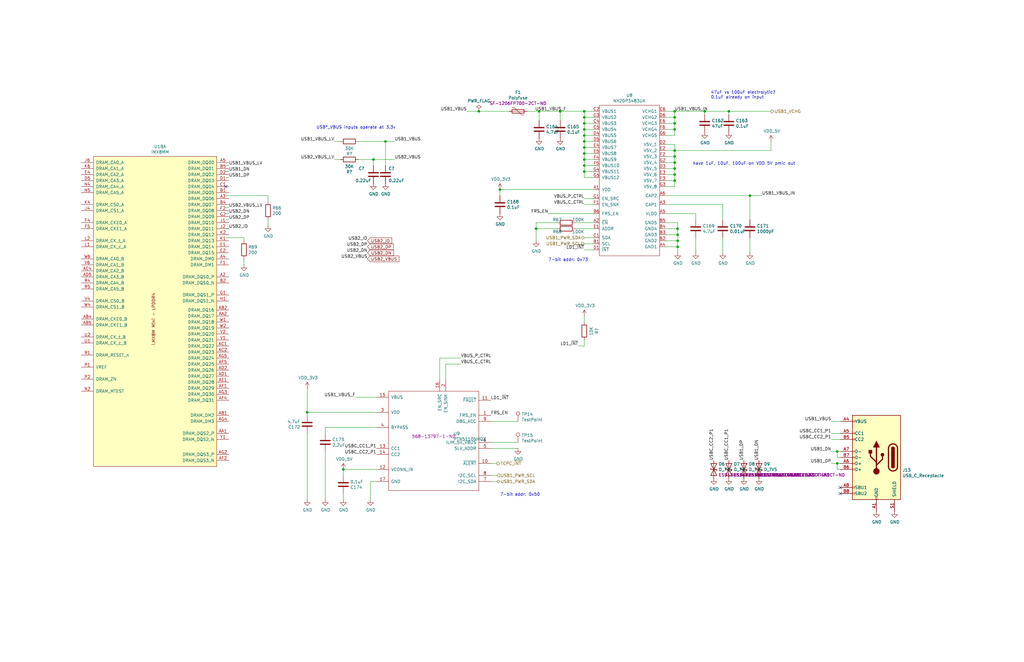
<source format=kicad_sch>
(kicad_sch (version 20231120) (generator "eeschema") (generator_version "8.0")
  (paper "USLedger")
  (title_block (title "kimχ micro") (date "2020-09-27") (rev "0.91") (company "GroupGets, LLC") (comment 2 "https://www.ohwr.org/project/cernohl/wikis/Documents/CERN-OHL-version-2") (comment 3 "Licensed CERN-OHL-S V.2") (comment 4 "Copyright © 2020 GroupGets, LLC"))
  (junction (at 162.56 59.69))
  (junction (at 129.54 173.99))
  (junction (at 144.78 198.12))
  (junction (at 246.38 62.23))
  (junction (at 284.48 49.53))
  (junction (at 284.48 46.99))
  (junction (at 246.38 59.69))
  (junction (at 285.75 104.14))
  (junction (at 246.38 57.15))
  (junction (at 236.22 46.99))
  (junction (at 285.75 99.06))
  (junction (at 316.23 82.55))
  (junction (at 353.06 195.58))
  (junction (at 226.06 96.52))
  (junction (at 201.93 46.99))
  (junction (at 353.06 190.5))
  (junction (at 285.75 101.6))
  (junction (at 284.48 63.5))
  (junction (at 284.48 73.66))
  (junction (at 157.48 67.31))
  (junction (at 284.48 71.12))
  (junction (at 307.34 46.99))
  (junction (at 284.48 54.61))
  (junction (at 246.38 54.61))
  (junction (at 246.38 46.99))
  (junction (at 227.33 46.99))
  (junction (at 284.48 66.04))
  (junction (at 246.38 52.07))
  (junction (at 246.38 49.53))
  (junction (at 285.75 96.52))
  (junction (at 284.48 52.07))
  (junction (at 246.38 64.77))
  (junction (at 297.18 46.99))
  (junction (at 246.38 69.85))
  (junction (at 246.38 72.39))
  (junction (at 284.48 76.2))
  (junction (at 284.48 68.58))
  (junction (at 246.38 67.31))
  (junction (at 210.82 80.01))
  (no_connect (at 95.25 78.74))
  (no_connect (at 354.33 208.28))
  (no_connect (at 354.33 205.74))
  (wire (pts (xy 162.56 59.69) (xy 166.37 59.69)))
  (wire (pts (xy 353.06 198.12) (xy 354.33 198.12)))
  (wire (pts (xy 285.75 106.68) (xy 285.75 104.14)))
  (wire (pts (xy 307.34 46.99) (xy 307.34 48.26)))
  (wire (pts (xy 227.33 46.99) (xy 236.22 46.99)))
  (wire (pts (xy 280.67 101.6) (xy 285.75 101.6)))
  (wire (pts (xy 246.38 74.93) (xy 250.19 74.93)))
  (wire (pts (xy 246.38 102.87) (xy 250.19 102.87)))
  (wire (pts (xy 209.55 195.58) (xy 207.01 195.58)))
  (wire (pts (xy 353.06 193.04) (xy 354.33 193.04)))
  (wire (pts (xy 284.48 76.2) (xy 284.48 78.74)))
  (wire (pts (xy 218.44 186.69) (xy 207.01 186.69)))
  (wire (pts (xy 158.75 198.12) (xy 144.78 198.12)))
  (wire (pts (xy 231.14 90.17) (xy 250.19 90.17)))
  (wire (pts (xy 297.18 46.99) (xy 284.48 46.99)))
  (wire (pts (xy 284.48 46.99) (xy 284.48 49.53)))
  (wire (pts (xy 246.38 105.41) (xy 250.19 105.41)))
  (wire (pts (xy 218.44 177.8) (xy 207.01 177.8)))
  (wire (pts (xy 246.38 52.07) (xy 246.38 54.61)))
  (wire (pts (xy 280.67 82.55) (xy 316.23 82.55)))
  (wire (pts (xy 149.86 167.64) (xy 158.75 167.64)))
  (wire (pts (xy 284.48 54.61) (xy 280.67 54.61)))
  (wire (pts (xy 284.48 68.58) (xy 284.48 71.12)))
  (wire (pts (xy 250.19 57.15) (xy 246.38 57.15)))
  (wire (pts (xy 250.19 62.23) (xy 246.38 62.23)))
  (wire (pts (xy 246.38 64.77) (xy 246.38 67.31)))
  (wire (pts (xy 350.52 177.8) (xy 354.33 177.8)))
  (wire (pts (xy 280.67 60.96) (xy 284.48 60.96)))
  (wire (pts (xy 246.38 54.61) (xy 246.38 57.15)))
  (wire (pts (xy 284.48 52.07) (xy 280.67 52.07)))
  (wire (pts (xy 246.38 69.85) (xy 250.19 69.85)))
  (wire (pts (xy 137.16 180.34) (xy 137.16 182.88)))
  (wire (pts (xy 297.18 46.99) (xy 307.34 46.99)))
  (wire (pts (xy 246.38 83.82) (xy 250.19 83.82)))
  (wire (pts (xy 129.54 173.99) (xy 129.54 175.26)))
  (wire (pts (xy 246.38 46.99) (xy 250.19 46.99)))
  (wire (pts (xy 95.25 100.33) (xy 102.87 100.33)))
  (wire (pts (xy 246.38 49.53) (xy 246.38 52.07)))
  (wire (pts (xy 325.12 59.69) (xy 325.12 63.5)))
  (wire (pts (xy 218.44 189.23) (xy 207.01 189.23)))
  (wire (pts (xy 144.78 208.28) (xy 144.78 210.82)))
  (wire (pts (xy 209.55 200.66) (xy 207.01 200.66)))
  (wire (pts (xy 226.06 96.52) (xy 226.06 93.98)))
  (wire (pts (xy 234.95 96.52) (xy 226.06 96.52)))
  (wire (pts (xy 285.75 93.98) (xy 280.67 93.98)))
  (wire (pts (xy 285.75 104.14) (xy 285.75 101.6)))
  (wire (pts (xy 137.16 180.34) (xy 158.75 180.34)))
  (wire (pts (xy 201.93 46.99) (xy 214.63 46.99)))
  (wire (pts (xy 350.52 195.58) (xy 353.06 195.58)))
  (wire (pts (xy 285.75 96.52) (xy 285.75 93.98)))
  (wire (pts (xy 353.06 195.58) (xy 353.06 198.12)))
  (wire (pts (xy 284.48 76.2) (xy 280.67 76.2)))
  (wire (pts (xy 304.8 86.36) (xy 280.67 86.36)))
  (wire (pts (xy 95.25 96.52) (xy 96.52 96.52)))
  (wire (pts (xy 250.19 67.31) (xy 246.38 67.31)))
  (wire (pts (xy 137.16 210.82) (xy 137.16 190.5)))
  (wire (pts (xy 129.54 210.82) (xy 129.54 182.88)))
  (wire (pts (xy 194.31 151.13) (xy 185.42 151.13)))
  (wire (pts (xy 353.06 190.5) (xy 353.06 193.04)))
  (wire (pts (xy 280.67 99.06) (xy 285.75 99.06)))
  (wire (pts (xy 284.48 63.5) (xy 284.48 66.04)))
  (wire (pts (xy 102.87 100.33) (xy 102.87 101.6)))
  (wire (pts (xy 156.21 203.2) (xy 156.21 210.82)))
  (wire (pts (xy 280.67 104.14) (xy 285.75 104.14)))
  (wire (pts (xy 209.55 203.2) (xy 207.01 203.2)))
  (wire (pts (xy 246.38 67.31) (xy 246.38 69.85)))
  (wire (pts (xy 236.22 50.8) (xy 236.22 46.99)))
  (wire (pts (xy 113.03 82.55) (xy 113.03 85.09)))
  (wire (pts (xy 140.97 59.69) (xy 143.51 59.69)))
  (wire (pts (xy 95.25 72.39) (xy 96.52 72.39)))
  (wire (pts (xy 129.54 163.83) (xy 129.54 173.99)))
  (wire (pts (xy 284.48 73.66) (xy 284.48 76.2)))
  (wire (pts (xy 246.38 62.23) (xy 246.38 64.77)))
  (wire (pts (xy 297.18 48.26) (xy 297.18 46.99)))
  (wire (pts (xy 284.48 57.15) (xy 280.67 57.15)))
  (wire (pts (xy 284.48 66.04) (xy 284.48 68.58)))
  (wire (pts (xy 210.82 80.01) (xy 250.19 80.01)))
  (wire (pts (xy 250.19 52.07) (xy 246.38 52.07)))
  (wire (pts (xy 96.52 87.63) (xy 95.25 87.63)))
  (wire (pts (xy 284.48 78.74) (xy 280.67 78.74)))
  (wire (pts (xy 95.25 90.17) (xy 96.52 90.17)))
  (wire (pts (xy 242.57 93.98) (xy 250.19 93.98)))
  (wire (pts (xy 144.78 198.12) (xy 144.78 200.66)))
  (wire (pts (xy 250.19 96.52) (xy 242.57 96.52)))
  (wire (pts (xy 246.38 86.36) (xy 250.19 86.36)))
  (wire (pts (xy 284.48 60.96) (xy 284.48 63.5)))
  (wire (pts (xy 284.48 46.99) (xy 280.67 46.99)))
  (wire (pts (xy 325.12 46.99) (xy 307.34 46.99)))
  (wire (pts (xy 280.67 68.58) (xy 284.48 68.58)))
  (wire (pts (xy 226.06 93.98) (xy 234.95 93.98)))
  (wire (pts (xy 246.38 100.33) (xy 250.19 100.33)))
  (wire (pts (xy 246.38 46.99) (xy 246.38 49.53)))
  (wire (pts (xy 350.52 185.42) (xy 354.33 185.42)))
  (wire (pts (xy 129.54 173.99) (xy 158.75 173.99)))
  (wire (pts (xy 284.48 71.12) (xy 280.67 71.12)))
  (wire (pts (xy 284.48 54.61) (xy 284.48 57.15)))
  (wire (pts (xy 350.52 190.5) (xy 353.06 190.5)))
  (wire (pts (xy 284.48 49.53) (xy 284.48 52.07)))
  (wire (pts (xy 246.38 146.05) (xy 246.38 143.51)))
  (wire (pts (xy 227.33 50.8) (xy 227.33 46.99)))
  (wire (pts (xy 194.31 153.67) (xy 187.96 153.67)))
  (wire (pts (xy 158.75 203.2) (xy 156.21 203.2)))
  (wire (pts (xy 350.52 182.88) (xy 354.33 182.88)))
  (wire (pts (xy 95.25 82.55) (xy 113.03 82.55)))
  (wire (pts (xy 187.96 153.67) (xy 187.96 160.02)))
  (wire (pts (xy 185.42 151.13) (xy 185.42 160.02)))
  (wire (pts (xy 321.31 82.55) (xy 316.23 82.55)))
  (wire (pts (xy 304.8 106.68) (xy 304.8 100.33)))
  (wire (pts (xy 246.38 135.89) (xy 246.38 133.35)))
  (wire (pts (xy 157.48 67.31) (xy 157.48 69.85)))
  (wire (pts (xy 250.19 54.61) (xy 246.38 54.61)))
  (wire (pts (xy 284.48 66.04) (xy 280.67 66.04)))
  (wire (pts (xy 304.8 92.71) (xy 304.8 86.36)))
  (wire (pts (xy 293.37 90.17) (xy 293.37 92.71)))
  (wire (pts (xy 151.13 59.69) (xy 162.56 59.69)))
  (wire (pts (xy 353.06 190.5) (xy 354.33 190.5)))
  (wire (pts (xy 140.97 67.31) (xy 143.51 67.31)))
  (wire (pts (xy 353.06 195.58) (xy 354.33 195.58)))
  (wire (pts (xy 280.67 96.52) (xy 285.75 96.52)))
  (wire (pts (xy 316.23 82.55) (xy 316.23 92.71)))
  (wire (pts (xy 236.22 46.99) (xy 246.38 46.99)))
  (wire (pts (xy 102.87 111.76) (xy 102.87 109.22)))
  (wire (pts (xy 284.48 52.07) (xy 284.48 54.61)))
  (wire (pts (xy 285.75 101.6) (xy 285.75 99.06)))
  (wire (pts (xy 285.75 99.06) (xy 285.75 96.52)))
  (wire (pts (xy 226.06 101.6) (xy 226.06 96.52)))
  (wire (pts (xy 162.56 59.69) (xy 162.56 69.85)))
  (wire (pts (xy 246.38 69.85) (xy 246.38 72.39)))
  (wire (pts (xy 250.19 49.53) (xy 246.38 49.53)))
  (wire (pts (xy 222.25 46.99) (xy 227.33 46.99)))
  (wire (pts (xy 210.82 82.55) (xy 210.82 80.01)))
  (wire (pts (xy 196.85 46.99) (xy 201.93 46.99)))
  (wire (pts (xy 246.38 57.15) (xy 246.38 59.69)))
  (wire (pts (xy 293.37 100.33) (xy 293.37 106.68)))
  (wire (pts (xy 284.48 49.53) (xy 280.67 49.53)))
  (wire (pts (xy 96.52 69.85) (xy 95.25 69.85)))
  (wire (pts (xy 113.03 95.25) (xy 113.03 92.71)))
  (wire (pts (xy 280.67 63.5) (xy 284.48 63.5)))
  (wire (pts (xy 250.19 72.39) (xy 246.38 72.39)))
  (wire (pts (xy 157.48 67.31) (xy 166.37 67.31)))
  (wire (pts (xy 243.84 146.05) (xy 246.38 146.05)))
  (wire (pts (xy 316.23 106.68) (xy 316.23 100.33)))
  (wire (pts (xy 246.38 72.39) (xy 246.38 74.93)))
  (wire (pts (xy 280.67 73.66) (xy 284.48 73.66)))
  (wire (pts (xy 284.48 71.12) (xy 284.48 73.66)))
  (wire (pts (xy 280.67 90.17) (xy 293.37 90.17)))
  (wire (pts (xy 250.19 59.69) (xy 246.38 59.69)))
  (wire (pts (xy 284.48 63.5) (xy 325.12 63.5)))
  (wire (pts (xy 151.13 67.31) (xy 157.48 67.31)))
  (wire (pts (xy 96.52 74.93) (xy 95.25 74.93)))
  (wire (pts (xy 250.19 64.77) (xy 246.38 64.77)))
  (wire (pts (xy 96.52 92.71) (xy 95.25 92.71)))
  (wire (pts (xy 246.38 59.69) (xy 246.38 62.23)))
  (text "have 1uF, 10uF, 100uF on VDD 5V pmic out" (at 292.1 69.85 0) (effects (font (size 1.27 1.27)) (justify left bottom)))
  (text "USB*_VBUS inputs operate at 3.3v" (at 133.35 54.61 0) (effects (font (size 1.27 1.27)) (justify left bottom)))
  (text "7-bit addr: 0x50" (at 210.82 209.55 0) (effects (font (size 1.27 1.27)) (justify left bottom)))
  (text "7-bit addr: 0x73" (at 231.14 110.49 0) (effects (font (size 1.27 1.27)) (justify left bottom)))
  (text "47uF vs 100uF electrolytic?\n0.1uF already on input" (at 299.72 41.91 0) (effects (font (size 1.27 1.27)) (justify left bottom)))
  (label "USB1_DN" (at 96.52 72.39 0))
  (label "VBUS_C_CTRL" (at 246.38 86.36 180))
  (label "USB2_ID" (at 96.52 96.52 0))
  (label "FRS_EN" (at 207.01 175.26 0))
  (label "USBC_CC2_P1" (at 300.99 194.31 90))
  (label "USBC_CC1_P1" (at 350.52 182.88 180))
  (label "USB1_VBUS_IN" (at 321.31 82.55 0))
  (label "VBUS_C_CTRL" (at 194.31 153.67 0))
  (label "LD1_~{INT}" (at 207.01 168.91 0))
  (label "USB2_VBUS_LV" (at 140.97 67.31 180))
  (label "USBC_CC1_P1" (at 158.75 189.23 180))
  (label "USB1_VBUS_F" (at 149.86 167.64 180))
  (label "USB1_VBUS" (at 196.85 46.99 180))
  (label "USB1_DN" (at 320.04 194.31 90))
  (label "LD1_~{INT}" (at 243.84 146.05 180))
  (label "VBUS_P_CTRL" (at 194.31 151.13 0))
  (label "USB1_DP" (at 313.69 194.31 90))
  (label "USB1_VBUS_IN" (at 284.48 46.99 0))
  (label "USB1_VBUS" (at 350.52 177.8 180))
  (label "USB1_VBUS" (at 166.37 59.69 0))
  (label "USBC_CC2_P1" (at 158.75 191.77 180))
  (label "USB2_DP" (at 154.94 104.14 180))
  (label "USBC_CC1_P1" (at 307.34 194.31 90))
  (label "USB2_ID" (at 154.94 101.6 180))
  (label "USB1_VBUS_LV" (at 96.52 69.85 0))
  (label "USB1_VBUS_F" (at 238.76 46.99 180))
  (label "USBC_CC2_P1" (at 350.52 185.42 180))
  (label "VBUS_P_CTRL" (at 246.38 83.82 180))
  (label "USB2_VBUS" (at 154.94 109.22 180))
  (label "USB1_DP" (at 350.52 195.58 180))
  (label "USB2_VBUS" (at 166.37 67.31 0))
  (label "USB1_DN" (at 350.52 190.5 180))
  (label "LD1_~{INT}" (at 246.38 105.41 180))
  (label "USB2_DN" (at 96.52 90.17 0))
  (label "USB1_DP" (at 96.52 74.93 0))
  (label "USB2_DN" (at 154.94 106.68 180))
  (label "FRS_EN" (at 231.14 90.17 180))
  (label "USB1_VBUS_LV" (at 140.97 59.69 180))
  (label "USB2_DP" (at 96.52 92.71 0))
  (label "USB2_VBUS_LV" (at 96.52 87.63 0))
  (global_label "USB2_ID" (shape input) (at 154.94 101.6 0) (property "Intersheetrefs" "${INTERSHEET_REFS}" (effects (hide yes))))
  (global_label "USB2_DN" (shape input) (at 154.94 106.68 0) (property "Intersheetrefs" "${INTERSHEET_REFS}" (effects (hide yes))))
  (global_label "USB2_VBUS" (shape input) (at 154.94 109.22 0) (property "Intersheetrefs" "${INTERSHEET_REFS}" (effects (hide yes))))
  (global_label "USB2_DP" (shape input) (at 154.94 104.14 0) (property "Intersheetrefs" "${INTERSHEET_REFS}" (effects (hide yes))))
  (hierarchical_label "USB1_VCHG" (shape output) (at 325.12 46.99 0))
  (hierarchical_label "USB1_PWR_SDA" (shape bidirectional) (at 246.38 100.33 180))
  (hierarchical_label "USB1_PWR_SCL" (shape input) (at 246.38 102.87 180))
  (hierarchical_label "USB1_PWR_SDA" (shape bidirectional) (at 209.55 203.2 0))
  (hierarchical_label "USB1_PWR_SCL" (shape input) (at 209.55 200.66 0))
  (hierarchical_label "TCPC_~{INT}" (shape output) (at 209.55 195.58 0))
  (symbol (lib_id "mxenc:USB_C_Receptacle_USB2.0") (at 369.57 193.04 0) (mirror y) (unit 1)
    (property "Reference" "J13" (at 380.492 198.3994 0) (effects (justify right)))
    (property "Value" "USB_C_Receptacle" (at 380.492 200.7108 0) (effects (justify right)))
    (property "Footprint" "mxenc:GCT_USB4110-GF-A" (effects (hide yes)))
    (property "Datasheet" "https://www.usb.org/sites/default/files/documents/usb_type-c.zip" (effects (hide yes)))
    (property "Mfgr" "GCT" (effects (hide yes)))
    (property "Vendorpart" "USB4110-GF-A" (effects (hide yes)))
    (property "Mfgrpart" "2073-USB4110-GF-A-1-ND" (effects (hide yes)))
  )
  (symbol (lib_id "mxenc:MIMX8MM6DVTLZAA") (at 66.04 134.62 0) (unit 1)
    (property "Reference" "U1B" (at 67.5132 61.849 0))
    (property "Value" "IMX8MM" (at 67.5132 64.1604 0))
    (property "Footprint" "mxenc:BGA-729_27x27_14.0x14.0mm" (effects (hide yes)))
    (property "Mfgr" "NXP" (effects (hide yes)))
    (property "Vendorpart" "568-15276-ND" (effects (hide yes)))
    (property "Mfgrpart" "MIMX8MM6CVTKZAA" (effects (hide yes)))
  )
  (symbol (lib_id "mxenc:VDD_5V") (at 325.12 59.69 0) (unit 1)
    (property "Reference" "#PWR0198" (effects (hide yes)))
    (property "Value" "VDD_5V" (at 325.501 55.2958 0))
  )
  (symbol (lib_id "power:GND") (at 369.57 215.9 0) (unit 1)
    (property "Reference" "#PWR0222" (effects (hide yes)))
    (property "Value" "GND" (at 369.697 220.2942 0))
  )
  (symbol (lib_id "power:GND") (at 377.19 215.9 0) (unit 1)
    (property "Reference" "#PWR0223" (effects (hide yes)))
    (property "Value" "GND" (at 377.317 220.2942 0))
  )
  (symbol (lib_id "Device:R") (at 102.87 105.41 0) (unit 1)
    (property "Reference" "R69" (at 104.648 104.2416 0) (effects (justify left)))
    (property "Value" "200" (at 104.648 106.553 0) (effects (justify left)))
    (property "Footprint" "Resistor_SMD:R_0201_0603Metric" (effects (hide yes)))
    (property "Mfgr" "Yageo" (effects (hide yes)))
    (property "Vendorpart" "YAG2495CT-ND" (effects (hide yes)))
    (property "Mfgrpart" "RC0201FR-07200RL" (effects (hide yes)))
  )
  (symbol (lib_id "power:GND") (at 102.87 111.76 0) (unit 1)
    (property "Reference" "#PWR0209" (effects (hide yes)))
    (property "Value" "GND" (at 102.997 116.1542 0))
  )
  (symbol (lib_id "Device:R") (at 113.03 88.9 0) (unit 1)
    (property "Reference" "R66" (at 114.808 87.7316 0) (effects (justify left)))
    (property "Value" "200" (at 114.808 90.043 0) (effects (justify left)))
    (property "Footprint" "Resistor_SMD:R_0201_0603Metric" (effects (hide yes)))
    (property "Mfgr" "Yageo" (effects (hide yes)))
    (property "Vendorpart" "YAG2495CT-ND" (effects (hide yes)))
    (property "Mfgrpart" "RC0201FR-07200RL" (effects (hide yes)))
  )
  (symbol (lib_id "power:GND") (at 113.03 95.25 0) (unit 1)
    (property "Reference" "#PWR0203" (effects (hide yes)))
    (property "Value" "GND" (at 113.157 99.6442 0))
  )
  (symbol (lib_id "Device:D_TVS") (at 313.69 198.12 270) (unit 1)
    (property "Reference" "D8" (at 315.6966 195.8086 90) (effects (justify left)))
    (property "Value" "D_TVS" (at 315.6966 198.12 90) (effects (justify left)))
    (property "Footprint" "mxenc:D_TVS_0201_0603Metric" (effects (hide yes)))
    (property "Vendorpart" "ESD130B1W0201E6327XTSA1CT-ND" (at 315.6966 200.4314 90) (effects (justify left)))
    (property "Mfgr" "Infineon" (effects (hide yes)))
    (property "Mfgrpart" "ESD130B1W0201E6327XTSA1" (effects (hide yes)))
  )
  (symbol (lib_id "power:GND") (at 320.04 201.93 0) (unit 1)
    (property "Reference" "#PWR0217" (effects (hide yes)))
    (property "Value" "GND" (at 320.167 206.3242 0))
  )
  (symbol (lib_id "power:GND") (at 313.69 201.93 0) (unit 1)
    (property "Reference" "#PWR0216" (effects (hide yes)))
    (property "Value" "GND" (at 313.817 206.3242 0))
  )
  (symbol (lib_id "Device:D_TVS") (at 320.04 198.12 270) (unit 1)
    (property "Reference" "D9" (at 322.0466 195.8086 90) (effects (justify left)))
    (property "Value" "D_TVS" (at 322.0466 198.12 90) (effects (justify left)))
    (property "Footprint" "mxenc:D_TVS_0201_0603Metric" (effects (hide yes)))
    (property "Vendorpart" "ESD130B1W0201E6327XTSA1CT-ND" (at 322.0466 200.4314 90) (effects (justify left)))
    (property "Mfgr" "Infineon" (effects (hide yes)))
    (property "Mfgrpart" "ESD130B1W0201E6327XTSA1" (effects (hide yes)))
  )
  (symbol (lib_id "mxenc:NX20P3483UK") (at 265.43 76.2 0) (unit 1)
    (property "Reference" "U8" (at 265.43 40.259 0))
    (property "Value" "NX20P3483UK" (at 265.43 42.5704 0))
    (property "Footprint" "mxenc:BGA-42_6x7_2.51x2.91mm" (effects (hide yes)))
    (property "Mfgr" "NXP" (effects (hide yes)))
    (property "Vendorpart" "568-15322-1-ND" (effects (hide yes)))
    (property "Mfgrpart" "NX20P3483UK" (effects (hide yes)))
  )
  (symbol (lib_id "Device:Polyfuse") (at 218.44 46.99 90) (mirror x) (unit 1)
    (property "Reference" "F1" (at 218.44 38.989 90))
    (property "Value" "Polyfuse" (at 218.44 41.3004 90))
    (property "Footprint" "Capacitor_SMD:C_1206_3216Metric" (effects (hide yes)))
    (property "Vendorpart" "SF-1206FP700-2CT-ND" (at 218.44 43.6118 90))
    (property "Mfgr" "Bourns" (effects (hide yes)))
    (property "Mfgrpart" "SF-1206FP700-2" (effects (hide yes)))
  )
  (symbol (lib_id "power:PWR_FLAG") (at 201.93 46.99 0) (unit 1)
    (property "Reference" "#FLG010" (effects (hide yes)))
    (property "Value" "PWR_FLAG" (at 201.93 42.5958 0))
  )
  (symbol (lib_id "Device:C") (at 236.22 54.61 0) (unit 1)
    (property "Reference" "C165" (at 239.141 53.4416 0) (effects (justify left)))
    (property "Value" "0.1uF" (at 239.141 55.753 0) (effects (justify left)))
    (property "Footprint" "Capacitor_SMD:C_0402_1005Metric" (effects (hide yes)))
    (property "Mfgr" "Murata" (effects (hide yes)))
    (property "Vendorpart" "490-14603-1-ND" (effects (hide yes)))
    (property "Mfgrpart" "GRM155R71E104KE14J" (effects (hide yes)))
  )
  (symbol (lib_id "power:GND") (at 227.33 58.42 0) (unit 1)
    (property "Reference" "#PWR0196" (effects (hide yes)))
    (property "Value" "GND" (at 227.457 62.8142 0))
  )
  (symbol (lib_id "power:GND") (at 236.22 58.42 0) (unit 1)
    (property "Reference" "#PWR0197" (effects (hide yes)))
    (property "Value" "GND" (at 236.347 62.8142 0))
  )
  (symbol (lib_id "mxenc:VDD_3V3") (at 210.82 80.01 0) (unit 1)
    (property "Reference" "#PWR0201" (effects (hide yes)))
    (property "Value" "VDD_3V3" (at 211.201 75.6158 0))
  )
  (symbol (lib_id "Device:C") (at 210.82 86.36 0) (unit 1)
    (property "Reference" "C168" (at 213.741 85.1916 0) (effects (justify left)))
    (property "Value" "0.1uF" (at 213.741 87.503 0) (effects (justify left)))
    (property "Footprint" "Capacitor_SMD:C_0402_1005Metric" (effects (hide yes)))
    (property "Mfgr" "Murata" (effects (hide yes)))
    (property "Vendorpart" "490-14603-1-ND" (effects (hide yes)))
    (property "Mfgrpart" "GRM155R71E104KE14J" (effects (hide yes)))
  )
  (symbol (lib_id "power:GND") (at 210.82 90.17 0) (unit 1)
    (property "Reference" "#PWR0202" (effects (hide yes)))
    (property "Value" "GND" (at 210.947 94.5642 0))
  )
  (symbol (lib_id "Device:R") (at 238.76 93.98 270) (unit 1)
    (property "Reference" "R67" (at 234.95 92.71 90))
    (property "Value" "100K" (at 243.84 92.71 90))
    (property "Footprint" "Resistor_SMD:R_0201_0603Metric" (effects (hide yes)))
    (property "Mfgr" "Yageo" (effects (hide yes)))
    (property "Vendorpart" "311-100KNCT-ND" (effects (hide yes)))
    (property "Mfgrpart" "RC0201JR-07100KL" (effects (hide yes)))
  )
  (symbol (lib_id "Device:R") (at 238.76 96.52 270) (unit 1)
    (property "Reference" "R68" (at 234.95 97.79 90))
    (property "Value" "100K" (at 243.84 97.79 90))
    (property "Footprint" "Resistor_SMD:R_0201_0603Metric" (effects (hide yes)))
    (property "Mfgr" "Yageo" (effects (hide yes)))
    (property "Vendorpart" "311-100KNCT-ND" (effects (hide yes)))
    (property "Mfgrpart" "RC0201JR-07100KL" (effects (hide yes)))
  )
  (symbol (lib_id "power:GND") (at 226.06 101.6 0) (unit 1)
    (property "Reference" "#PWR0204" (effects (hide yes)))
    (property "Value" "GND" (at 226.187 105.9942 0))
  )
  (symbol (lib_id "power:GND") (at 285.75 106.68 0) (unit 1)
    (property "Reference" "#PWR0205" (effects (hide yes)))
    (property "Value" "GND" (at 285.877 111.0742 0))
  )
  (symbol (lib_id "Device:C") (at 293.37 96.52 0) (unit 1)
    (property "Reference" "C169" (at 296.291 95.3516 0) (effects (justify left)))
    (property "Value" "4.7uF" (at 296.291 97.663 0) (effects (justify left)))
    (property "Footprint" "Capacitor_SMD:C_0603_1608Metric" (effects (hide yes)))
    (property "Mfgr" "Taiyo Yuden" (effects (hide yes)))
    (property "Vendorpart" "587-4905-1-ND" (effects (hide yes)))
    (property "Mfgrpart" "JMK107C6475MA-T" (effects (hide yes)))
  )
  (symbol (lib_id "Device:C") (at 304.8 96.52 0) (unit 1)
    (property "Reference" "C170" (at 307.721 95.3516 0) (effects (justify left)))
    (property "Value" "0.01uF" (at 307.721 97.663 0) (effects (justify left)))
    (property "Footprint" "Capacitor_SMD:C_0201_0603Metric" (effects (hide yes)))
    (property "Mfgr" "Murata" (effects (hide yes)))
    (property "Vendorpart" "490-14453-1-ND" (effects (hide yes)))
    (property "Mfgrpart" "GRM033R71C103KE14D" (effects (hide yes)))
  )
  (symbol (lib_id "Device:C") (at 316.23 96.52 0) (unit 1)
    (property "Reference" "C171" (at 319.151 95.3516 0) (effects (justify left)))
    (property "Value" "1000pF" (at 319.151 97.663 0) (effects (justify left)))
    (property "Footprint" "Capacitor_SMD:C_0201_0603Metric" (effects (hide yes)))
    (property "Mfgr" "Murata" (effects (hide yes)))
    (property "Vendorpart" "490-14573-1-ND" (effects (hide yes)))
    (property "Mfgrpart" "GRM033R71H102KA12J" (effects (hide yes)))
  )
  (symbol (lib_id "power:GND") (at 293.37 106.68 0) (unit 1)
    (property "Reference" "#PWR0206" (effects (hide yes)))
    (property "Value" "GND" (at 293.497 111.0742 0))
  )
  (symbol (lib_id "power:GND") (at 304.8 106.68 0) (unit 1)
    (property "Reference" "#PWR0207" (effects (hide yes)))
    (property "Value" "GND" (at 304.927 111.0742 0))
  )
  (symbol (lib_id "power:GND") (at 316.23 106.68 0) (unit 1)
    (property "Reference" "#PWR0208" (effects (hide yes)))
    (property "Value" "GND" (at 316.357 111.0742 0))
  )
  (symbol (lib_id "Device:C") (at 307.34 52.07 0) (unit 1)
    (property "Reference" "C163" (at 310.261 50.9016 0) (effects (justify left)))
    (property "Value" "0.1uF" (at 310.261 53.213 0) (effects (justify left)))
    (property "Footprint" "Capacitor_SMD:C_0402_1005Metric" (effects (hide yes)))
    (property "Mfgr" "Murata" (effects (hide yes)))
    (property "Vendorpart" "490-14603-1-ND" (effects (hide yes)))
    (property "Mfgrpart" "GRM155R71E104KE14J" (effects (hide yes)))
  )
  (symbol (lib_id "Device:C") (at 297.18 52.07 0) (unit 1)
    (property "Reference" "C162" (at 300.101 50.9016 0) (effects (justify left)))
    (property "Value" "47uF" (at 300.101 53.213 0) (effects (justify left)))
    (property "Footprint" "Capacitor_SMD:C_1206_3216Metric" (effects (hide yes)))
    (property "Mfgr" "TDK" (effects (hide yes)))
    (property "Vendorpart" "445-8047-1-ND" (effects (hide yes)))
    (property "Mfgrpart" "C3216X5R1E476M160AC" (effects (hide yes)))
  )
  (symbol (lib_id "power:GND") (at 297.18 55.88 0) (unit 1)
    (property "Reference" "#PWR0194" (effects (hide yes)))
    (property "Value" "GND" (at 297.307 60.2742 0))
  )
  (symbol (lib_id "power:GND") (at 307.34 55.88 0) (unit 1)
    (property "Reference" "#PWR0195" (effects (hide yes)))
    (property "Value" "GND" (at 307.467 60.2742 0))
  )
  (symbol (lib_id "mxenc:PTN5110NHQZ") (at 182.88 184.15 0) (unit 1)
    (property "Reference" "U9" (at 191.2112 182.9816 0) (effects (justify left)))
    (property "Value" "PTN5110NHQZ" (at 191.2112 185.293 0) (effects (justify left)))
    (property "Footprint" "mxenc:HX2QFN-16_EP_2.85x2.85_Pitch0.4mm" (effects (hide yes)))
    (property "Vendorpart" "568-13797-1-ND" (at 182.88 184.15 0))
    (property "Mfgr" "NXP" (effects (hide yes)))
    (property "Mfgrpart" "PTN5110NHQZ" (effects (hide yes)))
  )
  (symbol (lib_id "Device:D_TVS") (at 307.34 198.12 270) (unit 1)
    (property "Reference" "D7" (at 309.3466 195.8086 90) (effects (justify left)))
    (property "Value" "D_TVS" (at 309.3466 198.12 90) (effects (justify left)))
    (property "Footprint" "mxenc:D_TVS_0201_0603Metric" (effects (hide yes)))
    (property "Vendorpart" "ESD130B1W0201E6327XTSA1CT-ND" (at 309.3466 200.4314 90) (effects (justify left)))
    (property "Mfgr" "Infineon" (effects (hide yes)))
    (property "Mfgrpart" "ESD130B1W0201E6327XTSA1" (effects (hide yes)))
  )
  (symbol (lib_id "Device:D_TVS") (at 300.99 198.12 270) (unit 1)
    (property "Reference" "D6" (at 302.9966 195.8086 90) (effects (justify left)))
    (property "Value" "D_TVS" (at 302.9966 198.12 90) (effects (justify left)))
    (property "Footprint" "mxenc:D_TVS_0201_0603Metric" (effects (hide yes)))
    (property "Vendorpart" "ESD130B1W0201E6327XTSA1CT-ND" (at 302.9966 200.4314 90) (effects (justify left)))
    (property "Mfgr" "Infineon" (effects (hide yes)))
    (property "Mfgrpart" "ESD130B1W0201E6327XTSA1" (effects (hide yes)))
  )
  (symbol (lib_id "power:GND") (at 300.99 201.93 0) (unit 1)
    (property "Reference" "#PWR0214" (effects (hide yes)))
    (property "Value" "GND" (at 301.117 206.3242 0))
  )
  (symbol (lib_id "power:GND") (at 307.34 201.93 0) (unit 1)
    (property "Reference" "#PWR0215" (effects (hide yes)))
    (property "Value" "GND" (at 307.467 206.3242 0))
  )
  (symbol (lib_id "Device:R") (at 147.32 59.69 90) (unit 1)
    (property "Reference" "R64" (at 147.32 64.9478 90))
    (property "Value" "30K" (at 147.32 62.6364 90))
    (property "Footprint" "Resistor_SMD:R_0201_0603Metric" (effects (hide yes)))
    (property "Mfgr" "Yageo" (effects (hide yes)))
    (property "Vendorpart" "YAG2281CT-ND" (effects (hide yes)))
    (property "Mfgrpart" "RC0201FR-0730KL" (effects (hide yes)))
    (instances (project "" (path "" (reference "R?") (unit 1)) (path "" (reference "R64") (unit 1))))
  )
  (symbol (lib_id "Device:R") (at 147.32 67.31 90) (unit 1)
    (property "Reference" "R65" (at 147.32 72.5678 90))
    (property "Value" "30K" (at 147.32 70.2564 90))
    (property "Footprint" "Resistor_SMD:R_0201_0603Metric" (effects (hide yes)))
    (property "Mfgr" "Yageo" (effects (hide yes)))
    (property "Vendorpart" "YAG2281CT-ND" (effects (hide yes)))
    (property "Mfgrpart" "RC0201FR-0730KL" (effects (hide yes)))
    (instances (project "" (path "" (reference "R?") (unit 1)) (path "" (reference "R65") (unit 1))))
  )
  (symbol (lib_id "power:GND") (at 157.48 77.47 0) (unit 1)
    (property "Reference" "#PWR0199" (effects (hide yes)))
    (property "Value" "GND" (at 157.607 81.8642 0))
  )
  (symbol (lib_id "power:GND") (at 162.56 77.47 0) (unit 1)
    (property "Reference" "#PWR0200" (effects (hide yes)))
    (property "Value" "GND" (at 162.687 81.8642 0))
  )
  (symbol (lib_id "Device:C") (at 157.48 73.66 0) (unit 1)
    (property "Reference" "C166" (at 151.13 71.12 0) (effects (justify left)))
    (property "Value" "0.22uF" (at 149.86 76.2 0) (effects (justify left)))
    (property "Footprint" "Capacitor_SMD:C_0201_0603Metric" (effects (hide yes)))
    (property "Mfgr" "Murata" (effects (hide yes)))
    (property "Vendorpart" "490-10392-1-ND" (effects (hide yes)))
    (property "Mfgrpart" "GRM033C80J224KE90D" (effects (hide yes)))
    (instances (project "" (path "" (reference "C?") (unit 1)) (path "" (reference "C166") (unit 1))))
  )
  (symbol (lib_id "Device:C") (at 162.56 73.66 0) (unit 1)
    (property "Reference" "C167" (at 163.83 71.12 0) (effects (justify left)))
    (property "Value" "0.22uF" (at 163.83 76.2 0) (effects (justify left)))
    (property "Footprint" "Capacitor_SMD:C_0201_0603Metric" (effects (hide yes)))
    (property "Mfgr" "Murata" (effects (hide yes)))
    (property "Vendorpart" "490-10392-1-ND" (effects (hide yes)))
    (property "Mfgrpart" "GRM033C80J224KE90D" (effects (hide yes)))
    (instances (project "" (path "" (reference "C?") (unit 1)) (path "" (reference "C167") (unit 1))))
  )
  (symbol (lib_id "Device:C") (at 227.33 54.61 0) (unit 1)
    (property "Reference" "C164" (at 230.251 53.4416 0) (effects (justify left)))
    (property "Value" "4.7uF" (at 230.251 55.753 0) (effects (justify left)))
    (property "Footprint" "Capacitor_SMD:C_0603_1608Metric" (effects (hide yes)))
    (property "Mfgr" "Taiyo Yuden" (effects (hide yes)))
    (property "Vendorpart" "587-4905-1-ND" (effects (hide yes)))
    (property "Mfgrpart" "JMK107C6475MA-T" (effects (hide yes)))
  )
  (symbol (lib_id "power:GND") (at 144.78 210.82 0) (unit 1)
    (property "Reference" "#PWR0220" (effects (hide yes)))
    (property "Value" "GND" (at 144.907 215.2142 0))
  )
  (symbol (lib_id "Device:C") (at 144.78 204.47 0) (mirror x) (unit 1)
    (property "Reference" "C174" (at 147.701 205.6384 0) (effects (justify left)))
    (property "Value" "0.1uF" (at 147.701 203.327 0) (effects (justify left)))
    (property "Footprint" "Capacitor_SMD:C_0402_1005Metric" (effects (hide yes)))
    (property "Mfgr" "Murata" (effects (hide yes)))
    (property "Vendorpart" "490-14603-1-ND" (effects (hide yes)))
    (property "Mfgrpart" "GRM155R71E104KE14J" (effects (hide yes)))
  )
  (symbol (lib_id "power:GND") (at 156.21 210.82 0) (unit 1)
    (property "Reference" "#PWR0221" (effects (hide yes)))
    (property "Value" "GND" (at 156.337 215.2142 0))
  )
  (symbol (lib_id "mxenc:VDD_5V") (at 144.78 198.12 0) (unit 1)
    (property "Reference" "#PWR0213" (effects (hide yes)))
    (property "Value" "VDD_5V" (at 145.161 193.7258 0))
  )
  (symbol (lib_id "mxenc:VDD_3V3") (at 129.54 163.83 0) (unit 1)
    (property "Reference" "#PWR0211" (effects (hide yes)))
    (property "Value" "VDD_3V3" (at 129.921 159.4358 0))
  )
  (symbol (lib_id "Device:C") (at 129.54 179.07 180) (unit 1)
    (property "Reference" "C172" (at 126.619 180.2384 0) (effects (justify left)))
    (property "Value" "4.7uF" (at 126.619 177.927 0) (effects (justify left)))
    (property "Footprint" "Capacitor_SMD:C_0603_1608Metric" (effects (hide yes)))
    (property "Mfgr" "Taiyo Yuden" (effects (hide yes)))
    (property "Vendorpart" "587-4905-1-ND" (effects (hide yes)))
    (property "Mfgrpart" "JMK107C6475MA-T" (effects (hide yes)))
  )
  (symbol (lib_id "Device:C") (at 137.16 186.69 0) (unit 1)
    (property "Reference" "C173" (at 140.081 185.5216 0) (effects (justify left)))
    (property "Value" "2.2uF" (at 140.081 187.833 0) (effects (justify left)))
    (property "Footprint" "Capacitor_SMD:C_0402_1005Metric" (effects (hide yes)))
    (property "Mfgr" "Murata" (effects (hide yes)))
    (property "Vendorpart" "490-10013-1-ND" (effects (hide yes)))
    (property "Mfgrpart" "GRM155C80J225ME95D" (effects (hide yes)))
    (instances (project "" (path "" (reference "C173") (unit 1)) (path "" (reference "C?") (unit 1))))
  )
  (symbol (lib_id "power:GND") (at 129.54 210.82 0) (unit 1)
    (property "Reference" "#PWR0218" (effects (hide yes)))
    (property "Value" "GND" (at 129.667 215.2142 0))
  )
  (symbol (lib_id "power:GND") (at 137.16 210.82 0) (unit 1)
    (property "Reference" "#PWR0219" (effects (hide yes)))
    (property "Value" "GND" (at 137.287 215.2142 0))
  )
  (symbol (lib_id "mxenc:VDD_3V3") (at 246.38 133.35 0) (unit 1)
    (property "Reference" "#PWR0210" (effects (hide yes)))
    (property "Value" "VDD_3V3" (at 246.761 128.9558 0))
  )
  (symbol (lib_id "Device:R") (at 246.38 139.7 180) (unit 1)
    (property "Reference" "R70" (at 251.6378 139.7 90))
    (property "Value" "10K" (at 249.3264 139.7 90))
    (property "Footprint" "Resistor_SMD:R_0201_0603Metric" (effects (hide yes)))
    (property "Mfgr" "Panasonic" (effects (hide yes)))
    (property "Vendorpart" "P123222CT-ND" (effects (hide yes)))
    (property "Mfgrpart" "ERJ-1GNJ103C" (effects (hide yes)))
    (instances (project "" (path "" (reference "R?") (unit 1)) (path "" (reference "R70") (unit 1))))
  )
  (symbol (lib_id "Connector:TestPoint") (at 218.44 177.8 0) (unit 1)
    (property "Reference" "TP14" (at 219.9132 174.8028 0) (effects (justify left)))
    (property "Value" "TestPoint" (at 219.9132 177.1142 0) (effects (justify left)))
    (property "Footprint" "TestPoint:TestPoint_Pad_D1.0mm" (effects (hide yes)))
  )
  (symbol (lib_id "power:GND") (at 218.44 189.23 0) (unit 1)
    (property "Reference" "#PWR0212" (effects (hide yes)))
    (property "Value" "GND" (at 218.567 193.6242 0))
  )
  (symbol (lib_id "Connector:TestPoint") (at 218.44 186.69 0) (unit 1)
    (property "Reference" "TP15" (at 219.9132 183.6928 0) (effects (justify left)))
    (property "Value" "TestPoint" (at 219.9132 186.0042 0) (effects (justify left)))
    (property "Footprint" "TestPoint:TestPoint_Pad_D1.0mm" (effects (hide yes)))
  )
)
</source>
